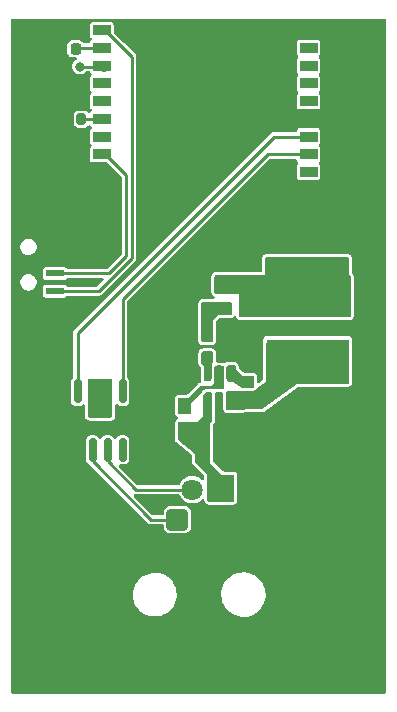
<source format=gbr>
%TF.GenerationSoftware,KiCad,Pcbnew,7.0.9*%
%TF.CreationDate,2023-12-13T00:56:51-08:00*%
%TF.ProjectId,Vi-Fi,56692d46-692e-46b6-9963-61645f706362,rev?*%
%TF.SameCoordinates,Original*%
%TF.FileFunction,Copper,L1,Top*%
%TF.FilePolarity,Positive*%
%FSLAX46Y46*%
G04 Gerber Fmt 4.6, Leading zero omitted, Abs format (unit mm)*
G04 Created by KiCad (PCBNEW 7.0.9) date 2023-12-13 00:56:51*
%MOMM*%
%LPD*%
G01*
G04 APERTURE LIST*
G04 Aperture macros list*
%AMRoundRect*
0 Rectangle with rounded corners*
0 $1 Rounding radius*
0 $2 $3 $4 $5 $6 $7 $8 $9 X,Y pos of 4 corners*
0 Add a 4 corners polygon primitive as box body*
4,1,4,$2,$3,$4,$5,$6,$7,$8,$9,$2,$3,0*
0 Add four circle primitives for the rounded corners*
1,1,$1+$1,$2,$3*
1,1,$1+$1,$4,$5*
1,1,$1+$1,$6,$7*
1,1,$1+$1,$8,$9*
0 Add four rect primitives between the rounded corners*
20,1,$1+$1,$2,$3,$4,$5,0*
20,1,$1+$1,$4,$5,$6,$7,0*
20,1,$1+$1,$6,$7,$8,$9,0*
20,1,$1+$1,$8,$9,$2,$3,0*%
G04 Aperture macros list end*
%TA.AperFunction,SMDPad,CuDef*%
%ADD10RoundRect,0.225000X0.250000X-0.225000X0.250000X0.225000X-0.250000X0.225000X-0.250000X-0.225000X0*%
%TD*%
%TA.AperFunction,SMDPad,CuDef*%
%ADD11RoundRect,0.225000X0.225000X0.250000X-0.225000X0.250000X-0.225000X-0.250000X0.225000X-0.250000X0*%
%TD*%
%TA.AperFunction,SMDPad,CuDef*%
%ADD12R,1.524000X0.600000*%
%TD*%
%TA.AperFunction,SMDPad,CuDef*%
%ADD13R,0.700000X1.200000*%
%TD*%
%TA.AperFunction,SMDPad,CuDef*%
%ADD14R,1.500000X0.900000*%
%TD*%
%TA.AperFunction,SMDPad,CuDef*%
%ADD15R,4.000000X4.000000*%
%TD*%
%TA.AperFunction,SMDPad,CuDef*%
%ADD16RoundRect,0.200000X0.275000X-0.200000X0.275000X0.200000X-0.275000X0.200000X-0.275000X-0.200000X0*%
%TD*%
%TA.AperFunction,SMDPad,CuDef*%
%ADD17R,7.000000X3.500000*%
%TD*%
%TA.AperFunction,ComponentPad*%
%ADD18RoundRect,0.250000X-0.650000X-0.650000X0.650000X-0.650000X0.650000X0.650000X-0.650000X0.650000X0*%
%TD*%
%TA.AperFunction,ComponentPad*%
%ADD19C,1.800000*%
%TD*%
%TA.AperFunction,SMDPad,CuDef*%
%ADD20RoundRect,0.150000X0.150000X-0.512500X0.150000X0.512500X-0.150000X0.512500X-0.150000X-0.512500X0*%
%TD*%
%TA.AperFunction,SMDPad,CuDef*%
%ADD21RoundRect,0.200000X-0.200000X-0.275000X0.200000X-0.275000X0.200000X0.275000X-0.200000X0.275000X0*%
%TD*%
%TA.AperFunction,SMDPad,CuDef*%
%ADD22RoundRect,0.200000X0.200000X0.275000X-0.200000X0.275000X-0.200000X-0.275000X0.200000X-0.275000X0*%
%TD*%
%TA.AperFunction,SMDPad,CuDef*%
%ADD23RoundRect,0.150000X-0.150000X0.825000X-0.150000X-0.825000X0.150000X-0.825000X0.150000X0.825000X0*%
%TD*%
%TA.AperFunction,SMDPad,CuDef*%
%ADD24RoundRect,0.250000X-0.475000X0.250000X-0.475000X-0.250000X0.475000X-0.250000X0.475000X0.250000X0*%
%TD*%
%TA.AperFunction,SMDPad,CuDef*%
%ADD25RoundRect,0.225000X-0.225000X-0.250000X0.225000X-0.250000X0.225000X0.250000X-0.225000X0.250000X0*%
%TD*%
%TA.AperFunction,SMDPad,CuDef*%
%ADD26RoundRect,0.250000X-0.250000X-0.475000X0.250000X-0.475000X0.250000X0.475000X-0.250000X0.475000X0*%
%TD*%
%TA.AperFunction,ViaPad*%
%ADD27C,0.800000*%
%TD*%
%TA.AperFunction,Conductor*%
%ADD28C,0.250000*%
%TD*%
G04 APERTURE END LIST*
D10*
%TO.P,C4,1*%
%TO.N,Net-(U3-SW)*%
X63715000Y-77775000D03*
%TO.P,C4,2*%
%TO.N,Net-(U3-BST)*%
X63715000Y-76225000D03*
%TD*%
D11*
%TO.P,C3,1*%
%TO.N,Net-(U1-EN)*%
X49162000Y-48006000D03*
%TO.P,C3,2*%
%TO.N,GND*%
X47612000Y-48006000D03*
%TD*%
D12*
%TO.P,SW2,1,A*%
%TO.N,GND*%
X47420000Y-64044000D03*
%TO.P,SW2,2,B*%
%TO.N,Net-(SW2-B)*%
X47420000Y-67044000D03*
%TO.P,SW2,3,C*%
%TO.N,+3V3*%
X47420000Y-68544000D03*
D13*
%TO.P,SW2,4,GND*%
%TO.N,GND*%
X46320000Y-62694000D03*
X44020000Y-62694000D03*
X46320000Y-69894000D03*
X44020000Y-69894000D03*
%TD*%
D14*
%TO.P,U1,1,VDD*%
%TO.N,+3V3*%
X51383000Y-46451000D03*
%TO.P,U1,2,EN*%
%TO.N,Net-(U1-EN)*%
X51383000Y-47951000D03*
%TO.P,U1,3,IO14*%
%TO.N,/DIR*%
X51383000Y-49451000D03*
%TO.P,U1,4,IO12*%
%TO.N,unconnected-(U1-IO12-Pad4)*%
X51383000Y-50951000D03*
%TO.P,U1,5,IO13*%
%TO.N,unconnected-(U1-IO13-Pad5)*%
X51383000Y-52451000D03*
%TO.P,U1,6,IO15*%
%TO.N,Net-(U1-IO15)*%
X51383000Y-53951000D03*
%TO.P,U1,7,IO2*%
%TO.N,unconnected-(U1-IO2-Pad7)*%
X51383000Y-55451000D03*
%TO.P,U1,8,IO0*%
%TO.N,Net-(SW2-B)*%
X51383000Y-56951000D03*
%TO.P,U1,9,GND*%
%TO.N,GND*%
X51383000Y-58451000D03*
%TO.P,U1,10,IO4*%
%TO.N,unconnected-(U1-IO4-Pad10)*%
X68883000Y-58451000D03*
%TO.P,U1,11,RXD*%
%TO.N,/RxD*%
X68883000Y-56951000D03*
%TO.P,U1,12,TXD*%
%TO.N,/TxD*%
X68883000Y-55451000D03*
%TO.P,U1,13,GND*%
%TO.N,GND*%
X68883000Y-53951000D03*
%TO.P,U1,14,IO5*%
%TO.N,unconnected-(U1-IO5-Pad14)*%
X68883000Y-52451000D03*
%TO.P,U1,15,RST*%
%TO.N,unconnected-(U1-RST-Pad15)*%
X68883000Y-50951000D03*
%TO.P,U1,16,TOUT*%
%TO.N,unconnected-(U1-TOUT-Pad16)*%
X68883000Y-49451000D03*
%TO.P,U1,17,IO16*%
%TO.N,unconnected-(U1-IO16-Pad17)*%
X68883000Y-47951000D03*
%TO.P,U1,18,GND*%
%TO.N,GND*%
X68883000Y-46451000D03*
D15*
%TO.P,U1,19,GND*%
X61233000Y-53061000D03*
%TD*%
D16*
%TO.P,R5,1*%
%TO.N,/VIN*%
X58415000Y-80175000D03*
%TO.P,R5,2*%
%TO.N,Net-(U3-EN)*%
X58415000Y-78525000D03*
%TD*%
D10*
%TO.P,C2,1*%
%TO.N,+3V3*%
X64215000Y-67625000D03*
%TO.P,C2,2*%
%TO.N,GND*%
X64215000Y-66075000D03*
%TD*%
D17*
%TO.P,L1,2,2*%
%TO.N,+3V3*%
X68815000Y-68950000D03*
%TO.P,L1,1,1*%
%TO.N,Net-(U3-SW)*%
X68815000Y-74350000D03*
%TD*%
D18*
%TO.P,J1,1*%
%TO.N,/A*%
X57785000Y-87884000D03*
D19*
%TO.P,J1,2*%
%TO.N,/B*%
X59055000Y-85344000D03*
%TO.P,J1,3*%
%TO.N,GND*%
X60325000Y-87884000D03*
%TO.P,J1,4*%
%TO.N,/VIN*%
X61595000Y-85344000D03*
%TD*%
D20*
%TO.P,U3,1,IN*%
%TO.N,/VIN*%
X60365000Y-77787500D03*
%TO.P,U3,2,GND*%
%TO.N,GND*%
X61315000Y-77787500D03*
%TO.P,U3,3,SW*%
%TO.N,Net-(U3-SW)*%
X62265000Y-77787500D03*
%TO.P,U3,4,BST*%
%TO.N,Net-(U3-BST)*%
X62265000Y-75512500D03*
%TO.P,U3,5,EN*%
%TO.N,Net-(U3-EN)*%
X61315000Y-75512500D03*
%TO.P,U3,6,FB*%
%TO.N,Net-(U3-FB)*%
X60365000Y-75512500D03*
%TD*%
D21*
%TO.P,R9,2*%
%TO.N,Net-(U1-IO15)*%
X49655000Y-53975000D03*
%TO.P,R9,1*%
%TO.N,GND*%
X48005000Y-53975000D03*
%TD*%
D22*
%TO.P,R2,1*%
%TO.N,Net-(R1-Pad2)*%
X60315000Y-70050000D03*
%TO.P,R2,2*%
%TO.N,GND*%
X58665000Y-70050000D03*
%TD*%
D16*
%TO.P,R7,2*%
%TO.N,Net-(R1-Pad2)*%
X60315000Y-72425000D03*
%TO.P,R7,1*%
%TO.N,Net-(U3-FB)*%
X60315000Y-74075000D03*
%TD*%
D23*
%TO.P,U2,8,VCC*%
%TO.N,+3V3*%
X53148000Y-81977000D03*
%TO.P,U2,7,B*%
%TO.N,/B*%
X51878000Y-81977000D03*
%TO.P,U2,6,A*%
%TO.N,/A*%
X50608000Y-81977000D03*
%TO.P,U2,5,GND*%
%TO.N,GND*%
X49338000Y-81977000D03*
%TO.P,U2,4,DI*%
%TO.N,/TxD*%
X49338000Y-77027000D03*
%TO.P,U2,3,DE*%
%TO.N,/DIR*%
X50608000Y-77027000D03*
%TO.P,U2,2,~{RE}*%
X51878000Y-77027000D03*
%TO.P,U2,1,RO*%
%TO.N,/RxD*%
X53148000Y-77027000D03*
%TD*%
D24*
%TO.P,C2A1,1*%
%TO.N,GND*%
X61815000Y-65800000D03*
%TO.P,C2A1,2*%
%TO.N,+3V3*%
X61815000Y-67700000D03*
%TD*%
D22*
%TO.P,R1,1*%
%TO.N,+3V3*%
X63540000Y-70050000D03*
%TO.P,R1,2*%
%TO.N,Net-(R1-Pad2)*%
X61890000Y-70050000D03*
%TD*%
D25*
%TO.P,C1A1,2*%
%TO.N,GND*%
X61590000Y-80400000D03*
%TO.P,C1A1,1*%
%TO.N,/VIN*%
X60040000Y-80400000D03*
%TD*%
D26*
%TO.P,C1,2*%
%TO.N,GND*%
X61815000Y-82400000D03*
%TO.P,C1,1*%
%TO.N,/VIN*%
X59915000Y-82400000D03*
%TD*%
D27*
%TO.N,/DIR*%
X49530000Y-49530000D03*
%TO.N,+3V3*%
X66229000Y-66421000D03*
X67245000Y-66421000D03*
X68261000Y-66421000D03*
X69277000Y-66421000D03*
X70293000Y-66421000D03*
X71309000Y-66421000D03*
%TO.N,/DIR*%
X51243000Y-78486000D03*
%TD*%
D28*
%TO.N,Net-(U1-EN)*%
X51383000Y-47951000D02*
X49217000Y-47951000D01*
X49217000Y-47951000D02*
X49162000Y-48006000D01*
%TO.N,Net-(U1-IO15)*%
X51383000Y-53998000D02*
X49678000Y-53998000D01*
%TO.N,Net-(SW2-B)*%
X53460000Y-58740604D02*
X51569396Y-56850000D01*
X53460000Y-65566604D02*
X53460000Y-58740604D01*
X47420000Y-67044000D02*
X51982604Y-67044000D01*
X51982604Y-67044000D02*
X53460000Y-65566604D01*
%TO.N,+3V3*%
X53910000Y-65753000D02*
X51119000Y-68544000D01*
X51119000Y-68544000D02*
X47420000Y-68544000D01*
X51683000Y-46451000D02*
X53910000Y-48678000D01*
X51383000Y-46451000D02*
X51683000Y-46451000D01*
X53910000Y-48678000D02*
X53910000Y-65753000D01*
%TO.N,/DIR*%
X49530000Y-49530000D02*
X49460000Y-49530000D01*
X51378000Y-49530000D02*
X49530000Y-49530000D01*
%TO.N,/RxD*%
X65412000Y-56951000D02*
X68883000Y-56951000D01*
X53148000Y-69215000D02*
X65412000Y-56951000D01*
X53148000Y-77027000D02*
X53148000Y-69215000D01*
%TO.N,/TxD*%
X65957000Y-55451000D02*
X68883000Y-55451000D01*
X49338000Y-77027000D02*
X49338000Y-72070000D01*
X49338000Y-72070000D02*
X65957000Y-55451000D01*
%TO.N,/DIR*%
X51683000Y-49800000D02*
X51383000Y-49800000D01*
X50608000Y-77027000D02*
X51878000Y-77027000D01*
%TO.N,/A*%
X50608000Y-82951999D02*
X55540001Y-87884000D01*
X50608000Y-81977000D02*
X50608000Y-82951999D01*
X55540001Y-87884000D02*
X57785000Y-87884000D01*
%TO.N,/B*%
X54270001Y-85344000D02*
X59055000Y-85344000D01*
X51878000Y-82951999D02*
X54270001Y-85344000D01*
X51878000Y-81977000D02*
X51878000Y-82951999D01*
%TO.N,GND*%
X61565000Y-80400000D02*
X61815000Y-80650000D01*
%TD*%
%TA.AperFunction,Conductor*%
%TO.N,Net-(U3-SW)*%
G36*
X72258039Y-72819685D02*
G01*
X72303794Y-72872489D01*
X72315000Y-72924000D01*
X72315000Y-76276000D01*
X72295315Y-76343039D01*
X72242511Y-76388794D01*
X72191000Y-76400000D01*
X67914998Y-76400000D01*
X64946463Y-78527451D01*
X64880506Y-78550503D01*
X64876297Y-78550645D01*
X62041066Y-78597898D01*
X61973708Y-78579333D01*
X61927080Y-78527299D01*
X61915000Y-78473915D01*
X61915000Y-77124000D01*
X61934685Y-77056961D01*
X61987489Y-77011206D01*
X62039000Y-77000000D01*
X64114998Y-77000000D01*
X64115000Y-77000000D01*
X64123730Y-76994179D01*
X64179260Y-76974064D01*
X64192313Y-76972661D01*
X64225575Y-76965424D01*
X64243817Y-76961457D01*
X64243817Y-76961456D01*
X64243824Y-76961455D01*
X64270198Y-76954219D01*
X64334097Y-76917832D01*
X64356818Y-76904894D01*
X64356821Y-76904891D01*
X64356828Y-76904888D01*
X64392938Y-76873597D01*
X64409629Y-76859136D01*
X64409632Y-76859133D01*
X64441257Y-76826359D01*
X64461788Y-76787109D01*
X64502874Y-76741416D01*
X65315000Y-76200000D01*
X65315000Y-72924000D01*
X65334685Y-72856961D01*
X65387489Y-72811206D01*
X65439000Y-72800000D01*
X72191000Y-72800000D01*
X72258039Y-72819685D01*
G37*
%TD.AperFunction*%
%TD*%
%TA.AperFunction,Conductor*%
%TO.N,Net-(U3-BST)*%
G36*
X62658039Y-74819685D02*
G01*
X62703794Y-74872489D01*
X62715000Y-74924000D01*
X62715000Y-75184000D01*
X63315000Y-75692000D01*
X64138000Y-75692000D01*
X64205039Y-75711685D01*
X64250794Y-75764489D01*
X64262000Y-75816000D01*
X64262000Y-76599000D01*
X64242315Y-76666039D01*
X64189511Y-76711794D01*
X64138000Y-76723000D01*
X63351937Y-76723000D01*
X63284898Y-76703315D01*
X63284085Y-76702789D01*
X62515001Y-76200000D01*
X62515000Y-76200000D01*
X62094500Y-76200000D01*
X62027461Y-76180315D01*
X61981706Y-76127511D01*
X61970500Y-76076000D01*
X61970500Y-76060281D01*
X61970000Y-76047531D01*
X61970000Y-74974000D01*
X61969999Y-74973994D01*
X61966050Y-74937253D01*
X61978457Y-74868494D01*
X62026068Y-74817357D01*
X62089340Y-74800000D01*
X62591000Y-74800000D01*
X62658039Y-74819685D01*
G37*
%TD.AperFunction*%
%TD*%
%TA.AperFunction,Conductor*%
%TO.N,Net-(U3-EN)*%
G36*
X61657539Y-74869685D02*
G01*
X61703294Y-74922489D01*
X61714500Y-74974000D01*
X61714500Y-76056513D01*
X61714809Y-76060421D01*
X61715000Y-76065290D01*
X61715000Y-76726000D01*
X61695315Y-76793039D01*
X61642511Y-76838794D01*
X61591000Y-76850000D01*
X60114997Y-76850000D01*
X60074936Y-76890062D01*
X60043553Y-76912864D01*
X59976655Y-76946951D01*
X59886951Y-77036655D01*
X59852864Y-77103553D01*
X59830061Y-77134937D01*
X58915000Y-78049999D01*
X58915000Y-78826000D01*
X58895315Y-78893039D01*
X58842511Y-78938794D01*
X58791000Y-78950000D01*
X57939000Y-78950000D01*
X57871961Y-78930315D01*
X57826206Y-78877511D01*
X57815000Y-78826000D01*
X57815000Y-77674000D01*
X57834685Y-77606961D01*
X57887489Y-77561206D01*
X57939000Y-77550000D01*
X58715000Y-77550000D01*
X59678681Y-76586319D01*
X59740004Y-76552834D01*
X59766362Y-76550000D01*
X60715000Y-76550000D01*
X60915000Y-76350000D01*
X60915000Y-76065306D01*
X60915191Y-76060437D01*
X60915497Y-76056534D01*
X60915500Y-76056519D01*
X60915499Y-74973999D01*
X60935184Y-74906961D01*
X60987987Y-74861206D01*
X61039499Y-74850000D01*
X61590500Y-74850000D01*
X61657539Y-74869685D01*
G37*
%TD.AperFunction*%
%TD*%
%TA.AperFunction,Conductor*%
%TO.N,Net-(U3-FB)*%
G36*
X60758039Y-73669685D02*
G01*
X60803794Y-73722489D01*
X60815000Y-73774000D01*
X60815000Y-74498638D01*
X60795315Y-74565677D01*
X60778681Y-74586319D01*
X60715000Y-74649999D01*
X60715000Y-74756774D01*
X60700875Y-74814250D01*
X60690034Y-74834972D01*
X60670348Y-74902011D01*
X60659999Y-74973998D01*
X60659999Y-76026000D01*
X60640314Y-76093039D01*
X60587510Y-76138794D01*
X60535999Y-76150000D01*
X60139000Y-76150000D01*
X60071961Y-76130315D01*
X60026206Y-76077511D01*
X60015000Y-76026000D01*
X60015000Y-74850000D01*
X59851319Y-74686319D01*
X59817834Y-74624996D01*
X59815000Y-74598638D01*
X59815000Y-73774000D01*
X59834685Y-73706961D01*
X59887489Y-73661206D01*
X59939000Y-73650000D01*
X60691000Y-73650000D01*
X60758039Y-73669685D01*
G37*
%TD.AperFunction*%
%TD*%
%TA.AperFunction,Conductor*%
%TO.N,Net-(R1-Pad2)*%
G36*
X62358039Y-69469685D02*
G01*
X62403794Y-69522489D01*
X62415000Y-69574000D01*
X62415000Y-70426000D01*
X62395315Y-70493039D01*
X62342511Y-70538794D01*
X62291000Y-70550000D01*
X61214999Y-70550000D01*
X60815000Y-70949999D01*
X60815000Y-72726000D01*
X60795315Y-72793039D01*
X60742511Y-72838794D01*
X60691000Y-72850000D01*
X59939000Y-72850000D01*
X59871961Y-72830315D01*
X59826206Y-72777511D01*
X59815000Y-72726000D01*
X59815000Y-69574000D01*
X59834685Y-69506961D01*
X59887489Y-69461206D01*
X59939000Y-69450000D01*
X62291000Y-69450000D01*
X62358039Y-69469685D01*
G37*
%TD.AperFunction*%
%TD*%
%TA.AperFunction,Conductor*%
%TO.N,+3V3*%
G36*
X72268039Y-65678685D02*
G01*
X72313794Y-65731489D01*
X72325000Y-65783000D01*
X72325000Y-67183000D01*
X72328000Y-67183000D01*
X72395039Y-67202685D01*
X72440794Y-67255489D01*
X72452000Y-67307000D01*
X72452000Y-70626000D01*
X72432315Y-70693039D01*
X72379511Y-70738794D01*
X72328000Y-70750000D01*
X63139000Y-70750000D01*
X63071961Y-70730315D01*
X63026206Y-70677511D01*
X63015000Y-70626000D01*
X63015000Y-68750000D01*
X61039000Y-68750000D01*
X60971961Y-68730315D01*
X60926206Y-68677511D01*
X60915000Y-68626000D01*
X60915000Y-67307000D01*
X60934685Y-67239961D01*
X60987489Y-67194206D01*
X61039000Y-67183000D01*
X65213000Y-67183000D01*
X65213000Y-65783000D01*
X65232685Y-65715961D01*
X65285489Y-65670206D01*
X65337000Y-65659000D01*
X72201000Y-65659000D01*
X72268039Y-65678685D01*
G37*
%TD.AperFunction*%
%TD*%
%TA.AperFunction,Conductor*%
%TO.N,/VIN*%
G36*
X60658039Y-77125185D02*
G01*
X60703794Y-77177989D01*
X60715000Y-77229500D01*
X60715000Y-79448638D01*
X60695315Y-79515677D01*
X60678681Y-79536319D01*
X60515000Y-79699999D01*
X60515000Y-79700000D01*
X60577168Y-83058000D01*
X61597000Y-84074000D01*
X62489000Y-84074000D01*
X62556039Y-84093685D01*
X62601794Y-84146489D01*
X62613000Y-84198000D01*
X62613000Y-86236000D01*
X62593315Y-86303039D01*
X62540511Y-86348794D01*
X62489000Y-86360000D01*
X60451000Y-86360000D01*
X60383961Y-86340315D01*
X60338206Y-86287511D01*
X60327000Y-86236000D01*
X60327000Y-84074000D01*
X59347319Y-83094319D01*
X59313834Y-83032996D01*
X59311000Y-83006638D01*
X59311000Y-82295999D01*
X57861569Y-81137230D01*
X57821499Y-81079993D01*
X57815000Y-81040377D01*
X57815000Y-79724000D01*
X57834685Y-79656961D01*
X57887489Y-79611206D01*
X57939000Y-79600000D01*
X59515000Y-79600000D01*
X59915000Y-79100000D01*
X59915000Y-77462692D01*
X59934685Y-77395653D01*
X59951319Y-77375011D01*
X59958218Y-77368112D01*
X60010727Y-77315603D01*
X60036761Y-77285121D01*
X60059564Y-77253737D01*
X60068299Y-77239482D01*
X60080513Y-77219554D01*
X60087312Y-77206209D01*
X60110115Y-77174821D01*
X60114822Y-77170114D01*
X60146205Y-77147314D01*
X60159550Y-77140515D01*
X60159557Y-77140511D01*
X60186868Y-77123774D01*
X60251660Y-77105500D01*
X60591000Y-77105500D01*
X60658039Y-77125185D01*
G37*
%TD.AperFunction*%
%TD*%
%TA.AperFunction,Conductor*%
%TO.N,GND*%
G36*
X75380539Y-45486185D02*
G01*
X75426294Y-45538989D01*
X75437500Y-45590500D01*
X75437500Y-102491500D01*
X75417815Y-102558539D01*
X75365011Y-102604294D01*
X75313500Y-102615500D01*
X43812500Y-102615500D01*
X43745461Y-102595815D01*
X43699706Y-102543011D01*
X43688500Y-102491500D01*
X43688500Y-94301763D01*
X54020787Y-94301763D01*
X54050413Y-94571013D01*
X54050415Y-94571024D01*
X54086656Y-94709646D01*
X54118928Y-94833088D01*
X54224870Y-95082390D01*
X54296998Y-95200575D01*
X54365979Y-95313605D01*
X54365986Y-95313615D01*
X54539253Y-95521819D01*
X54539259Y-95521824D01*
X54740998Y-95702582D01*
X54966910Y-95852044D01*
X55212176Y-95967020D01*
X55212183Y-95967022D01*
X55212185Y-95967023D01*
X55471557Y-96045057D01*
X55471564Y-96045058D01*
X55471569Y-96045060D01*
X55739561Y-96084500D01*
X55739566Y-96084500D01*
X55942636Y-96084500D01*
X55994133Y-96080730D01*
X56145156Y-96069677D01*
X56257758Y-96044593D01*
X56409546Y-96010782D01*
X56409548Y-96010781D01*
X56409553Y-96010780D01*
X56662558Y-95914014D01*
X56898777Y-95781441D01*
X57113177Y-95615888D01*
X57301186Y-95420881D01*
X57458799Y-95200579D01*
X57577613Y-94969484D01*
X57582649Y-94959690D01*
X57582651Y-94959684D01*
X57582656Y-94959675D01*
X57670118Y-94703305D01*
X57719319Y-94436933D01*
X57724226Y-94302678D01*
X61495737Y-94302678D01*
X61525762Y-94575559D01*
X61525763Y-94575569D01*
X61595202Y-94841178D01*
X61697705Y-95082389D01*
X61702577Y-95093852D01*
X61836690Y-95313605D01*
X61845592Y-95328191D01*
X61845599Y-95328201D01*
X62021199Y-95539207D01*
X62021204Y-95539212D01*
X62021209Y-95539218D01*
X62021216Y-95539224D01*
X62225672Y-95722419D01*
X62225674Y-95722420D01*
X62225677Y-95722423D01*
X62454641Y-95873904D01*
X62703221Y-95990433D01*
X62966119Y-96069527D01*
X63237731Y-96109500D01*
X63237736Y-96109500D01*
X63443552Y-96109500D01*
X63495744Y-96105679D01*
X63648805Y-96094477D01*
X63916775Y-96034784D01*
X64173198Y-95936711D01*
X64412609Y-95802347D01*
X64629904Y-95634557D01*
X64820454Y-95436916D01*
X64980196Y-95213637D01*
X65105727Y-94969479D01*
X65194370Y-94709646D01*
X65244236Y-94439674D01*
X65254262Y-94165320D01*
X65224236Y-93892429D01*
X65186188Y-93746894D01*
X65154797Y-93626821D01*
X65047425Y-93374153D01*
X65047423Y-93374148D01*
X64904405Y-93139804D01*
X64827272Y-93047119D01*
X64728800Y-92928792D01*
X64728795Y-92928787D01*
X64728791Y-92928782D01*
X64546467Y-92765418D01*
X64524327Y-92745580D01*
X64524324Y-92745578D01*
X64524323Y-92745577D01*
X64295359Y-92594096D01*
X64046779Y-92477567D01*
X63899362Y-92433216D01*
X63783879Y-92398472D01*
X63650915Y-92378904D01*
X63512269Y-92358500D01*
X63306453Y-92358500D01*
X63306448Y-92358500D01*
X63101195Y-92373523D01*
X63101185Y-92373524D01*
X62833229Y-92433214D01*
X62833224Y-92433216D01*
X62576799Y-92531290D01*
X62337392Y-92665652D01*
X62337387Y-92665655D01*
X62120097Y-92833441D01*
X62120088Y-92833450D01*
X61929549Y-93031080D01*
X61929547Y-93031082D01*
X61769805Y-93254361D01*
X61769802Y-93254366D01*
X61644275Y-93498515D01*
X61644271Y-93498525D01*
X61555632Y-93758344D01*
X61555629Y-93758358D01*
X61505765Y-94028314D01*
X61505763Y-94028334D01*
X61495737Y-94302678D01*
X57724226Y-94302678D01*
X57729212Y-94166235D01*
X57699586Y-93896982D01*
X57631072Y-93634912D01*
X57525130Y-93385610D01*
X57384018Y-93154390D01*
X57371883Y-93139808D01*
X57210746Y-92946180D01*
X57210740Y-92946175D01*
X57009002Y-92765418D01*
X56783092Y-92615957D01*
X56736458Y-92594096D01*
X56537824Y-92500980D01*
X56537819Y-92500978D01*
X56537814Y-92500976D01*
X56278442Y-92422942D01*
X56278428Y-92422939D01*
X56162791Y-92405921D01*
X56010439Y-92383500D01*
X55807369Y-92383500D01*
X55807364Y-92383500D01*
X55604844Y-92398323D01*
X55604831Y-92398325D01*
X55340453Y-92457217D01*
X55340446Y-92457220D01*
X55087439Y-92553987D01*
X54851226Y-92686557D01*
X54636822Y-92852112D01*
X54448822Y-93047109D01*
X54448816Y-93047116D01*
X54291202Y-93267419D01*
X54291199Y-93267424D01*
X54167350Y-93508309D01*
X54167343Y-93508327D01*
X54079884Y-93764685D01*
X54079881Y-93764699D01*
X54030681Y-94031068D01*
X54030680Y-94031075D01*
X54020787Y-94301763D01*
X43688500Y-94301763D01*
X43688500Y-82833517D01*
X50057500Y-82833517D01*
X50067996Y-82899786D01*
X50072354Y-82927304D01*
X50129950Y-83040342D01*
X50129952Y-83040344D01*
X50129954Y-83040347D01*
X50219652Y-83130045D01*
X50219656Y-83130048D01*
X50219658Y-83130050D01*
X50268822Y-83155100D01*
X50298977Y-83180003D01*
X50300023Y-83178867D01*
X50347971Y-83223008D01*
X55237850Y-88112886D01*
X55253979Y-88132747D01*
X55259917Y-88141836D01*
X55287930Y-88163639D01*
X55293692Y-88168728D01*
X55296484Y-88171520D01*
X55315487Y-88185088D01*
X55358812Y-88218809D01*
X55358814Y-88218809D01*
X55365719Y-88222546D01*
X55372797Y-88226006D01*
X55372802Y-88226010D01*
X55425404Y-88241670D01*
X55477339Y-88259500D01*
X55485073Y-88260790D01*
X55492911Y-88261767D01*
X55492913Y-88261768D01*
X55492914Y-88261767D01*
X55492915Y-88261768D01*
X55547757Y-88259500D01*
X56510501Y-88259500D01*
X56577540Y-88279185D01*
X56623295Y-88331989D01*
X56634501Y-88383500D01*
X56634501Y-88581876D01*
X56640908Y-88641483D01*
X56691202Y-88776328D01*
X56691206Y-88776335D01*
X56777452Y-88891544D01*
X56777455Y-88891547D01*
X56892664Y-88977793D01*
X56892671Y-88977797D01*
X57027517Y-89028091D01*
X57027516Y-89028091D01*
X57034444Y-89028835D01*
X57087127Y-89034500D01*
X58482872Y-89034499D01*
X58542483Y-89028091D01*
X58677331Y-88977796D01*
X58792546Y-88891546D01*
X58878796Y-88776331D01*
X58929091Y-88641483D01*
X58935500Y-88581873D01*
X58935499Y-87186128D01*
X58929091Y-87126517D01*
X58878796Y-86991669D01*
X58878795Y-86991668D01*
X58878793Y-86991664D01*
X58792547Y-86876455D01*
X58792544Y-86876452D01*
X58677335Y-86790206D01*
X58677328Y-86790202D01*
X58542482Y-86739908D01*
X58542483Y-86739908D01*
X58482883Y-86733501D01*
X58482881Y-86733500D01*
X58482873Y-86733500D01*
X58482864Y-86733500D01*
X57087129Y-86733500D01*
X57087123Y-86733501D01*
X57027516Y-86739908D01*
X56892671Y-86790202D01*
X56892664Y-86790206D01*
X56777455Y-86876452D01*
X56777452Y-86876455D01*
X56691206Y-86991664D01*
X56691202Y-86991671D01*
X56640908Y-87126517D01*
X56634501Y-87186116D01*
X56634501Y-87186123D01*
X56634500Y-87186135D01*
X56634500Y-87384500D01*
X56614815Y-87451539D01*
X56562011Y-87497294D01*
X56510500Y-87508500D01*
X55746900Y-87508500D01*
X55679861Y-87488815D01*
X55659219Y-87472181D01*
X54119484Y-85932446D01*
X54085999Y-85871123D01*
X54090983Y-85801431D01*
X54132855Y-85745498D01*
X54198319Y-85721081D01*
X54222505Y-85721718D01*
X54222909Y-85721768D01*
X54222911Y-85721767D01*
X54222912Y-85721768D01*
X54277756Y-85719500D01*
X57879959Y-85719500D01*
X57946998Y-85739185D01*
X57990959Y-85788229D01*
X58072632Y-85952253D01*
X58072634Y-85952255D01*
X58201128Y-86122407D01*
X58358698Y-86266052D01*
X58539981Y-86378298D01*
X58738802Y-86455321D01*
X58948390Y-86494500D01*
X58948392Y-86494500D01*
X59161608Y-86494500D01*
X59161610Y-86494500D01*
X59371198Y-86455321D01*
X59570019Y-86378298D01*
X59751302Y-86266052D01*
X59865169Y-86162247D01*
X59927972Y-86131630D01*
X59997359Y-86139827D01*
X60051299Y-86184236D01*
X60071996Y-86240628D01*
X60077336Y-86290301D01*
X60077338Y-86290309D01*
X60081184Y-86307990D01*
X60088545Y-86341824D01*
X60092212Y-86355191D01*
X60095779Y-86368193D01*
X60095783Y-86368203D01*
X60145105Y-86454818D01*
X60145111Y-86454827D01*
X60180905Y-86496136D01*
X60190867Y-86507632D01*
X60223641Y-86539257D01*
X60311976Y-86585465D01*
X60311977Y-86585465D01*
X60311977Y-86585466D01*
X60356218Y-86598456D01*
X60379015Y-86605150D01*
X60379019Y-86605150D01*
X60379021Y-86605151D01*
X60390652Y-86606823D01*
X60451000Y-86615500D01*
X60451001Y-86615500D01*
X62489000Y-86615500D01*
X62543313Y-86609661D01*
X62559440Y-86606152D01*
X62594817Y-86598457D01*
X62594817Y-86598456D01*
X62594824Y-86598455D01*
X62621198Y-86591219D01*
X62650074Y-86574775D01*
X62707818Y-86541894D01*
X62707821Y-86541891D01*
X62707828Y-86541888D01*
X62743938Y-86510597D01*
X62760629Y-86496136D01*
X62762208Y-86494500D01*
X62792257Y-86463359D01*
X62838465Y-86375024D01*
X62840470Y-86368198D01*
X62848216Y-86341817D01*
X62858150Y-86307985D01*
X62868500Y-86236000D01*
X62868500Y-84198000D01*
X62862661Y-84143687D01*
X62851455Y-84092176D01*
X62844219Y-84065802D01*
X62844216Y-84065796D01*
X62794894Y-83979181D01*
X62794888Y-83979172D01*
X62749136Y-83926371D01*
X62716359Y-83894743D01*
X62628022Y-83848534D01*
X62628022Y-83848533D01*
X62560990Y-83828851D01*
X62560978Y-83828848D01*
X62489001Y-83818500D01*
X62489000Y-83818500D01*
X61753776Y-83818500D01*
X61686737Y-83798815D01*
X61666260Y-83782346D01*
X61084311Y-83202584D01*
X60866243Y-82985335D01*
X60832644Y-82924077D01*
X60829781Y-82899791D01*
X60773441Y-79856565D01*
X60791882Y-79789176D01*
X60809734Y-79766596D01*
X60852334Y-79723998D01*
X60864184Y-79712149D01*
X60864182Y-79712150D01*
X60864186Y-79712146D01*
X60873332Y-79701964D01*
X60873333Y-79701961D01*
X60873339Y-79701956D01*
X60873340Y-79701955D01*
X60885096Y-79687364D01*
X60894260Y-79675993D01*
X60940465Y-79587662D01*
X60960150Y-79520623D01*
X60970500Y-79448638D01*
X60970500Y-77229500D01*
X60990185Y-77162461D01*
X61042989Y-77116706D01*
X61094500Y-77105500D01*
X61535500Y-77105500D01*
X61602539Y-77125185D01*
X61648294Y-77177989D01*
X61659500Y-77229500D01*
X61659500Y-78473921D01*
X61665799Y-78530305D01*
X61677882Y-78583696D01*
X61677882Y-78583697D01*
X61686031Y-78612011D01*
X61736797Y-78697807D01*
X61736800Y-78697810D01*
X61783428Y-78749844D01*
X61816726Y-78780919D01*
X61905819Y-78825649D01*
X61973177Y-78844214D01*
X62045324Y-78853363D01*
X64788156Y-78807649D01*
X64882736Y-78806073D01*
X64889122Y-78805858D01*
X64889126Y-78805857D01*
X64964794Y-78791698D01*
X64964796Y-78791697D01*
X64964803Y-78791696D01*
X65030760Y-78768644D01*
X65095297Y-78735126D01*
X67341725Y-77125185D01*
X67964712Y-76678711D01*
X68030669Y-76655659D01*
X68036944Y-76655500D01*
X72191000Y-76655500D01*
X72245313Y-76649661D01*
X72261440Y-76646152D01*
X72296817Y-76638457D01*
X72296817Y-76638456D01*
X72296824Y-76638455D01*
X72323198Y-76631219D01*
X72352074Y-76614775D01*
X72409818Y-76581894D01*
X72409821Y-76581891D01*
X72409828Y-76581888D01*
X72462632Y-76536133D01*
X72494257Y-76503359D01*
X72540465Y-76415024D01*
X72560150Y-76347985D01*
X72570500Y-76276000D01*
X72570500Y-72924000D01*
X72565854Y-72880792D01*
X72565500Y-72874162D01*
X72565500Y-72575323D01*
X72565499Y-72575321D01*
X72550967Y-72502264D01*
X72550966Y-72502260D01*
X72495601Y-72419399D01*
X72412740Y-72364034D01*
X72412739Y-72364033D01*
X72412735Y-72364032D01*
X72339677Y-72349500D01*
X72339674Y-72349500D01*
X65290326Y-72349500D01*
X65290323Y-72349500D01*
X65217264Y-72364032D01*
X65217260Y-72364033D01*
X65134399Y-72419399D01*
X65079033Y-72502260D01*
X65079032Y-72502264D01*
X65064500Y-72575321D01*
X65064500Y-72880354D01*
X65063238Y-72897999D01*
X65059500Y-72923996D01*
X65059500Y-75996897D01*
X65039815Y-76063936D01*
X65004283Y-76100071D01*
X64710283Y-76296070D01*
X64643583Y-76316878D01*
X64576223Y-76298323D01*
X64529587Y-76246295D01*
X64517500Y-76192896D01*
X64517500Y-75816000D01*
X64511661Y-75761687D01*
X64502709Y-75720535D01*
X64500457Y-75710183D01*
X64500456Y-75710182D01*
X64500455Y-75710176D01*
X64493219Y-75683802D01*
X64493216Y-75683796D01*
X64443894Y-75597181D01*
X64443888Y-75597172D01*
X64398136Y-75544371D01*
X64365359Y-75512743D01*
X64277022Y-75466534D01*
X64277022Y-75466533D01*
X64209990Y-75446851D01*
X64209978Y-75446848D01*
X64138001Y-75436500D01*
X64138000Y-75436500D01*
X63454079Y-75436500D01*
X63387040Y-75416815D01*
X63373954Y-75407136D01*
X63014375Y-75102692D01*
X62975930Y-75044350D01*
X62970500Y-75008056D01*
X62970500Y-74924000D01*
X62964661Y-74869687D01*
X62953455Y-74818176D01*
X62946219Y-74791802D01*
X62920960Y-74747444D01*
X62896894Y-74705181D01*
X62896888Y-74705172D01*
X62851136Y-74652371D01*
X62818359Y-74620743D01*
X62730022Y-74574534D01*
X62730022Y-74574533D01*
X62662990Y-74554851D01*
X62662978Y-74554848D01*
X62591001Y-74544500D01*
X62591000Y-74544500D01*
X62089340Y-74544500D01*
X62089328Y-74544500D01*
X62021748Y-74553602D01*
X62021744Y-74553603D01*
X61969673Y-74567888D01*
X61958475Y-74570960D01*
X61948625Y-74574534D01*
X61919929Y-74584945D01*
X61870185Y-74620815D01*
X61804294Y-74644058D01*
X61740187Y-74630112D01*
X61729528Y-74624536D01*
X61729523Y-74624534D01*
X61662486Y-74604850D01*
X61662478Y-74604848D01*
X61590501Y-74594500D01*
X61590500Y-74594500D01*
X61194500Y-74594500D01*
X61127461Y-74574815D01*
X61081706Y-74522011D01*
X61070500Y-74470500D01*
X61070500Y-73774000D01*
X61064661Y-73719687D01*
X61053455Y-73668176D01*
X61046219Y-73641802D01*
X61042332Y-73634976D01*
X60996894Y-73555181D01*
X60996888Y-73555172D01*
X60951136Y-73502371D01*
X60918359Y-73470743D01*
X60830022Y-73424534D01*
X60830022Y-73424533D01*
X60762990Y-73404851D01*
X60762978Y-73404848D01*
X60691001Y-73394500D01*
X60691000Y-73394500D01*
X59939000Y-73394500D01*
X59938997Y-73394500D01*
X59884687Y-73400338D01*
X59833183Y-73411543D01*
X59833182Y-73411543D01*
X59833176Y-73411545D01*
X59822177Y-73414562D01*
X59806806Y-73418779D01*
X59806796Y-73418783D01*
X59720181Y-73468105D01*
X59720172Y-73468111D01*
X59667371Y-73513864D01*
X59635743Y-73546640D01*
X59589534Y-73634977D01*
X59589533Y-73634977D01*
X59569851Y-73702009D01*
X59569848Y-73702021D01*
X59559500Y-73773998D01*
X59559500Y-74605480D01*
X59560233Y-74619153D01*
X59562911Y-74644058D01*
X59563798Y-74652309D01*
X59563799Y-74652315D01*
X59593586Y-74747441D01*
X59593590Y-74747451D01*
X59627068Y-74808761D01*
X59627073Y-74808769D01*
X59670649Y-74866980D01*
X59670664Y-74866997D01*
X59723180Y-74919512D01*
X59756666Y-74980835D01*
X59759500Y-75007194D01*
X59759500Y-76026002D01*
X59765338Y-76080312D01*
X59769637Y-76100071D01*
X59776545Y-76131824D01*
X59780114Y-76144833D01*
X59782022Y-76151788D01*
X59780776Y-76221647D01*
X59741959Y-76279742D01*
X59699495Y-76302929D01*
X59617558Y-76328586D01*
X59617548Y-76328590D01*
X59556238Y-76362068D01*
X59556230Y-76362073D01*
X59498019Y-76405649D01*
X59498001Y-76405665D01*
X58645487Y-77258181D01*
X58584164Y-77291666D01*
X58557806Y-77294500D01*
X57938997Y-77294500D01*
X57884687Y-77300338D01*
X57833183Y-77311543D01*
X57833182Y-77311543D01*
X57833176Y-77311545D01*
X57822177Y-77314562D01*
X57806806Y-77318779D01*
X57806796Y-77318783D01*
X57720181Y-77368105D01*
X57720172Y-77368111D01*
X57667371Y-77413864D01*
X57635743Y-77446640D01*
X57589534Y-77534977D01*
X57589533Y-77534977D01*
X57569851Y-77602009D01*
X57569848Y-77602021D01*
X57559500Y-77673998D01*
X57559500Y-78826002D01*
X57565338Y-78880312D01*
X57576543Y-78931817D01*
X57576545Y-78931824D01*
X57580212Y-78945191D01*
X57583779Y-78958193D01*
X57583783Y-78958203D01*
X57633105Y-79044818D01*
X57633111Y-79044827D01*
X57668905Y-79086136D01*
X57678867Y-79097632D01*
X57711641Y-79129257D01*
X57763401Y-79156332D01*
X57779255Y-79164626D01*
X57829534Y-79213143D01*
X57845601Y-79281140D01*
X57822356Y-79347029D01*
X57783139Y-79382255D01*
X57720178Y-79418107D01*
X57720172Y-79418111D01*
X57667371Y-79463864D01*
X57635743Y-79496640D01*
X57589534Y-79584977D01*
X57589533Y-79584977D01*
X57569851Y-79652009D01*
X57569848Y-79652021D01*
X57559500Y-79723998D01*
X57559500Y-81040375D01*
X57562869Y-81081731D01*
X57562869Y-81081730D01*
X57569369Y-81121355D01*
X57572050Y-81135272D01*
X57612191Y-81226521D01*
X57612195Y-81226529D01*
X57652251Y-81283746D01*
X57652257Y-81283753D01*
X57652262Y-81283760D01*
X57702025Y-81336794D01*
X57702030Y-81336799D01*
X59008930Y-82381618D01*
X59049001Y-82438855D01*
X59055500Y-82478471D01*
X59055500Y-83013480D01*
X59056233Y-83027153D01*
X59057652Y-83040347D01*
X59059798Y-83060309D01*
X59059799Y-83060315D01*
X59089586Y-83155441D01*
X59089590Y-83155451D01*
X59123068Y-83216761D01*
X59123073Y-83216769D01*
X59166649Y-83274980D01*
X59166665Y-83274998D01*
X60035181Y-84143513D01*
X60068666Y-84204836D01*
X60071500Y-84231194D01*
X60071500Y-84433014D01*
X60051815Y-84500053D01*
X59999011Y-84545808D01*
X59929853Y-84555752D01*
X59866297Y-84526727D01*
X59863962Y-84524651D01*
X59751303Y-84421949D01*
X59751302Y-84421948D01*
X59570019Y-84309702D01*
X59570017Y-84309701D01*
X59470608Y-84271190D01*
X59371198Y-84232679D01*
X59161610Y-84193500D01*
X58948390Y-84193500D01*
X58738802Y-84232679D01*
X58738799Y-84232679D01*
X58738799Y-84232680D01*
X58539982Y-84309701D01*
X58539980Y-84309702D01*
X58358699Y-84421947D01*
X58201127Y-84565593D01*
X58072632Y-84735746D01*
X57990959Y-84899771D01*
X57943457Y-84951008D01*
X57879959Y-84968500D01*
X54476900Y-84968500D01*
X54409861Y-84948815D01*
X54389219Y-84932181D01*
X52870987Y-83413949D01*
X52837502Y-83352626D01*
X52842486Y-83282934D01*
X52884358Y-83227001D01*
X52949822Y-83202584D01*
X52961609Y-83202627D01*
X52961609Y-83202500D01*
X52966480Y-83202499D01*
X52966481Y-83202500D01*
X53329518Y-83202499D01*
X53423304Y-83187646D01*
X53536342Y-83130050D01*
X53626050Y-83040342D01*
X53683646Y-82927304D01*
X53683646Y-82927302D01*
X53683647Y-82927301D01*
X53698499Y-82833524D01*
X53698500Y-82833519D01*
X53698499Y-81120482D01*
X53683646Y-81026696D01*
X53626050Y-80913658D01*
X53626046Y-80913654D01*
X53626045Y-80913652D01*
X53536347Y-80823954D01*
X53536344Y-80823952D01*
X53536342Y-80823950D01*
X53459517Y-80784805D01*
X53423301Y-80766352D01*
X53329524Y-80751500D01*
X52966482Y-80751500D01*
X52885519Y-80764323D01*
X52872696Y-80766354D01*
X52759658Y-80823950D01*
X52759657Y-80823951D01*
X52759652Y-80823954D01*
X52669954Y-80913652D01*
X52669949Y-80913659D01*
X52623483Y-81004852D01*
X52575508Y-81055648D01*
X52507687Y-81072442D01*
X52441552Y-81049904D01*
X52402516Y-81004852D01*
X52356050Y-80913658D01*
X52356047Y-80913655D01*
X52356045Y-80913652D01*
X52266347Y-80823954D01*
X52266344Y-80823952D01*
X52266342Y-80823950D01*
X52189517Y-80784805D01*
X52153301Y-80766352D01*
X52059524Y-80751500D01*
X51696482Y-80751500D01*
X51615519Y-80764323D01*
X51602696Y-80766354D01*
X51489658Y-80823950D01*
X51489657Y-80823951D01*
X51489652Y-80823954D01*
X51399954Y-80913652D01*
X51399949Y-80913659D01*
X51353483Y-81004852D01*
X51305508Y-81055648D01*
X51237687Y-81072442D01*
X51171552Y-81049904D01*
X51132516Y-81004852D01*
X51086050Y-80913658D01*
X51086047Y-80913655D01*
X51086045Y-80913652D01*
X50996347Y-80823954D01*
X50996344Y-80823952D01*
X50996342Y-80823950D01*
X50919517Y-80784805D01*
X50883301Y-80766352D01*
X50789524Y-80751500D01*
X50426482Y-80751500D01*
X50345519Y-80764323D01*
X50332696Y-80766354D01*
X50219658Y-80823950D01*
X50219657Y-80823951D01*
X50219652Y-80823954D01*
X50129954Y-80913652D01*
X50129951Y-80913657D01*
X50129950Y-80913658D01*
X50110751Y-80951337D01*
X50072352Y-81026698D01*
X50057500Y-81120475D01*
X50057500Y-82833517D01*
X43688500Y-82833517D01*
X43688500Y-77883517D01*
X48787500Y-77883517D01*
X48798292Y-77951657D01*
X48802354Y-77977304D01*
X48859950Y-78090342D01*
X48859952Y-78090344D01*
X48859954Y-78090347D01*
X48949652Y-78180045D01*
X48949654Y-78180046D01*
X48949658Y-78180050D01*
X49038680Y-78225409D01*
X49062698Y-78237647D01*
X49156475Y-78252499D01*
X49156481Y-78252500D01*
X49519518Y-78252499D01*
X49613304Y-78237646D01*
X49726342Y-78180050D01*
X49739176Y-78167216D01*
X49759819Y-78146574D01*
X49821142Y-78113089D01*
X49890834Y-78118073D01*
X49946767Y-78159945D01*
X49971184Y-78225409D01*
X49971500Y-78234255D01*
X49971500Y-79124002D01*
X49977338Y-79178312D01*
X49983253Y-79205500D01*
X49988545Y-79229824D01*
X49992212Y-79243191D01*
X49995779Y-79256193D01*
X49995783Y-79256203D01*
X50045105Y-79342818D01*
X50045111Y-79342827D01*
X50080905Y-79384136D01*
X50090867Y-79395632D01*
X50123641Y-79427257D01*
X50211976Y-79473465D01*
X50211977Y-79473465D01*
X50211977Y-79473466D01*
X50256218Y-79486456D01*
X50279015Y-79493150D01*
X50279019Y-79493150D01*
X50279021Y-79493151D01*
X50290652Y-79494823D01*
X50351000Y-79503500D01*
X50351001Y-79503500D01*
X52135000Y-79503500D01*
X52189313Y-79497661D01*
X52205440Y-79494152D01*
X52240817Y-79486457D01*
X52240817Y-79486456D01*
X52240824Y-79486455D01*
X52267198Y-79479219D01*
X52296074Y-79462775D01*
X52353818Y-79429894D01*
X52353821Y-79429891D01*
X52353828Y-79429888D01*
X52389938Y-79398597D01*
X52406629Y-79384136D01*
X52408444Y-79382255D01*
X52438257Y-79351359D01*
X52484465Y-79263024D01*
X52486470Y-79256198D01*
X52502133Y-79202853D01*
X52504150Y-79195985D01*
X52514500Y-79124000D01*
X52514500Y-78234255D01*
X52534185Y-78167216D01*
X52586989Y-78121461D01*
X52656147Y-78111517D01*
X52719703Y-78140542D01*
X52726181Y-78146574D01*
X52759652Y-78180045D01*
X52759654Y-78180046D01*
X52759658Y-78180050D01*
X52848680Y-78225409D01*
X52872698Y-78237647D01*
X52966475Y-78252499D01*
X52966481Y-78252500D01*
X53329518Y-78252499D01*
X53423304Y-78237646D01*
X53536342Y-78180050D01*
X53626050Y-78090342D01*
X53683646Y-77977304D01*
X53683646Y-77977302D01*
X53683647Y-77977301D01*
X53698499Y-77883524D01*
X53698500Y-77883519D01*
X53698499Y-76170482D01*
X53683646Y-76076696D01*
X53626050Y-75963658D01*
X53626046Y-75963654D01*
X53626045Y-75963652D01*
X53559819Y-75897426D01*
X53526334Y-75836103D01*
X53523500Y-75809745D01*
X53523500Y-72726002D01*
X59559500Y-72726002D01*
X59565338Y-72780312D01*
X59576543Y-72831817D01*
X59576545Y-72831824D01*
X59580212Y-72845191D01*
X59583779Y-72858193D01*
X59583783Y-72858203D01*
X59633105Y-72944818D01*
X59633111Y-72944827D01*
X59668905Y-72986136D01*
X59678867Y-72997632D01*
X59711641Y-73029257D01*
X59799976Y-73075465D01*
X59799977Y-73075465D01*
X59799977Y-73075466D01*
X59844218Y-73088456D01*
X59867015Y-73095150D01*
X59867019Y-73095150D01*
X59867021Y-73095151D01*
X59878652Y-73096823D01*
X59939000Y-73105500D01*
X59939001Y-73105500D01*
X60691000Y-73105500D01*
X60745313Y-73099661D01*
X60761440Y-73096152D01*
X60796817Y-73088457D01*
X60796817Y-73088456D01*
X60796824Y-73088455D01*
X60823198Y-73081219D01*
X60852074Y-73064775D01*
X60909818Y-73031894D01*
X60909821Y-73031891D01*
X60909828Y-73031888D01*
X60945938Y-73000597D01*
X60962629Y-72986136D01*
X60962632Y-72986133D01*
X60994257Y-72953359D01*
X61040465Y-72865024D01*
X61042470Y-72858198D01*
X61050216Y-72831817D01*
X61060150Y-72797985D01*
X61070500Y-72726000D01*
X61070500Y-71107193D01*
X61090185Y-71040154D01*
X61106819Y-71019512D01*
X61284512Y-70841819D01*
X61345835Y-70808334D01*
X61372193Y-70805500D01*
X62291000Y-70805500D01*
X62345313Y-70799661D01*
X62361440Y-70796152D01*
X62396817Y-70788457D01*
X62396817Y-70788456D01*
X62396824Y-70788455D01*
X62423198Y-70781219D01*
X62506771Y-70733629D01*
X62509818Y-70731894D01*
X62509821Y-70731891D01*
X62509828Y-70731888D01*
X62557753Y-70690361D01*
X62562629Y-70686136D01*
X62562626Y-70686138D01*
X62562632Y-70686133D01*
X62568224Y-70680336D01*
X62628937Y-70645761D01*
X62698706Y-70649497D01*
X62755380Y-70690361D01*
X62777040Y-70733629D01*
X62783779Y-70758192D01*
X62783783Y-70758203D01*
X62833105Y-70844818D01*
X62833111Y-70844827D01*
X62868905Y-70886136D01*
X62878867Y-70897632D01*
X62911641Y-70929257D01*
X62999976Y-70975465D01*
X62999977Y-70975465D01*
X62999977Y-70975466D01*
X63044218Y-70988456D01*
X63067015Y-70995150D01*
X63067019Y-70995150D01*
X63067021Y-70995151D01*
X63078652Y-70996823D01*
X63139000Y-71005500D01*
X63139001Y-71005500D01*
X72328000Y-71005500D01*
X72382313Y-70999661D01*
X72398440Y-70996152D01*
X72433817Y-70988457D01*
X72433817Y-70988456D01*
X72433824Y-70988455D01*
X72460198Y-70981219D01*
X72489074Y-70964775D01*
X72546818Y-70931894D01*
X72546821Y-70931891D01*
X72546828Y-70931888D01*
X72582938Y-70900597D01*
X72599629Y-70886136D01*
X72599632Y-70886133D01*
X72631257Y-70853359D01*
X72677465Y-70765024D01*
X72679470Y-70758198D01*
X72687214Y-70731824D01*
X72697150Y-70697985D01*
X72707500Y-70626000D01*
X72707500Y-67307000D01*
X72701661Y-67252687D01*
X72690455Y-67201176D01*
X72683219Y-67174802D01*
X72645669Y-67108860D01*
X72633894Y-67088181D01*
X72633889Y-67088173D01*
X72610786Y-67061511D01*
X72581762Y-66997955D01*
X72580500Y-66980309D01*
X72580500Y-65783000D01*
X72574661Y-65728687D01*
X72563455Y-65677176D01*
X72556219Y-65650802D01*
X72552332Y-65643976D01*
X72506894Y-65564181D01*
X72506888Y-65564172D01*
X72461136Y-65511371D01*
X72428359Y-65479743D01*
X72340022Y-65433534D01*
X72340022Y-65433533D01*
X72272990Y-65413851D01*
X72272978Y-65413848D01*
X72201001Y-65403500D01*
X72201000Y-65403500D01*
X65337000Y-65403500D01*
X65336997Y-65403500D01*
X65282687Y-65409338D01*
X65231183Y-65420543D01*
X65231182Y-65420543D01*
X65231176Y-65420545D01*
X65220177Y-65423562D01*
X65204806Y-65427779D01*
X65204796Y-65427783D01*
X65118181Y-65477105D01*
X65118172Y-65477111D01*
X65065371Y-65522864D01*
X65033743Y-65555640D01*
X64987534Y-65643977D01*
X64987533Y-65643977D01*
X64967851Y-65711009D01*
X64967848Y-65711021D01*
X64957500Y-65782998D01*
X64957500Y-66803500D01*
X64937815Y-66870539D01*
X64885011Y-66916294D01*
X64833500Y-66927500D01*
X64541720Y-66927500D01*
X64535088Y-66927145D01*
X64510485Y-66924500D01*
X63919518Y-66924500D01*
X63919512Y-66924501D01*
X63900883Y-66926503D01*
X63894916Y-66927145D01*
X63888288Y-66927500D01*
X61038997Y-66927500D01*
X60984687Y-66933338D01*
X60933183Y-66944543D01*
X60933182Y-66944543D01*
X60933176Y-66944545D01*
X60922177Y-66947562D01*
X60906806Y-66951779D01*
X60906796Y-66951783D01*
X60820181Y-67001105D01*
X60820172Y-67001111D01*
X60767371Y-67046864D01*
X60735743Y-67079640D01*
X60689534Y-67167977D01*
X60689533Y-67167977D01*
X60669851Y-67235009D01*
X60669848Y-67235021D01*
X60659500Y-67306998D01*
X60659500Y-68626002D01*
X60665338Y-68680312D01*
X60676543Y-68731817D01*
X60676545Y-68731824D01*
X60680212Y-68745191D01*
X60683779Y-68758193D01*
X60683783Y-68758203D01*
X60733105Y-68844818D01*
X60733111Y-68844827D01*
X60753774Y-68868674D01*
X60778867Y-68897632D01*
X60811641Y-68929257D01*
X60835503Y-68941739D01*
X60871607Y-68960625D01*
X60921886Y-69009141D01*
X60937953Y-69077138D01*
X60914708Y-69143028D01*
X60859530Y-69185890D01*
X60814131Y-69194500D01*
X59938997Y-69194500D01*
X59884687Y-69200338D01*
X59833183Y-69211543D01*
X59833182Y-69211543D01*
X59833176Y-69211545D01*
X59822177Y-69214562D01*
X59806806Y-69218779D01*
X59806796Y-69218783D01*
X59720181Y-69268105D01*
X59720172Y-69268111D01*
X59667371Y-69313864D01*
X59635743Y-69346640D01*
X59589534Y-69434977D01*
X59589533Y-69434977D01*
X59569851Y-69502009D01*
X59569848Y-69502021D01*
X59559500Y-69573998D01*
X59559500Y-72726002D01*
X53523500Y-72726002D01*
X53523500Y-69421899D01*
X53543185Y-69354860D01*
X53559819Y-69334218D01*
X65531218Y-57362819D01*
X65592541Y-57329334D01*
X65618899Y-57326500D01*
X67761009Y-57326500D01*
X67828048Y-57346185D01*
X67873803Y-57398989D01*
X67882626Y-57426309D01*
X67897032Y-57498735D01*
X67897033Y-57498739D01*
X67897034Y-57498740D01*
X67952399Y-57581601D01*
X67976790Y-57597898D01*
X68021594Y-57651511D01*
X68030301Y-57720836D01*
X68000146Y-57783863D01*
X67976791Y-57804100D01*
X67952399Y-57820399D01*
X67897033Y-57903260D01*
X67897032Y-57903264D01*
X67882500Y-57976321D01*
X67882500Y-58925678D01*
X67897032Y-58998735D01*
X67897033Y-58998739D01*
X67897034Y-58998740D01*
X67952399Y-59081601D01*
X68035260Y-59136966D01*
X68035264Y-59136967D01*
X68108321Y-59151499D01*
X68108324Y-59151500D01*
X68108326Y-59151500D01*
X69657676Y-59151500D01*
X69657677Y-59151499D01*
X69730740Y-59136966D01*
X69813601Y-59081601D01*
X69868966Y-58998740D01*
X69883500Y-58925674D01*
X69883500Y-57976326D01*
X69883500Y-57976323D01*
X69883499Y-57976321D01*
X69868967Y-57903264D01*
X69868966Y-57903260D01*
X69813601Y-57820399D01*
X69789209Y-57804101D01*
X69744405Y-57750491D01*
X69735698Y-57681166D01*
X69765852Y-57618138D01*
X69789210Y-57597898D01*
X69813601Y-57581601D01*
X69868966Y-57498740D01*
X69883500Y-57425674D01*
X69883500Y-56476326D01*
X69883500Y-56476323D01*
X69883499Y-56476321D01*
X69868967Y-56403264D01*
X69868966Y-56403260D01*
X69846941Y-56370297D01*
X69813601Y-56320399D01*
X69789209Y-56304101D01*
X69744405Y-56250491D01*
X69735698Y-56181166D01*
X69765852Y-56118138D01*
X69789210Y-56097898D01*
X69813601Y-56081601D01*
X69868966Y-55998740D01*
X69883500Y-55925674D01*
X69883500Y-54976326D01*
X69883500Y-54976323D01*
X69883499Y-54976321D01*
X69868967Y-54903264D01*
X69868966Y-54903260D01*
X69813601Y-54820399D01*
X69730740Y-54765034D01*
X69730739Y-54765033D01*
X69730735Y-54765032D01*
X69657677Y-54750500D01*
X69657674Y-54750500D01*
X68108326Y-54750500D01*
X68108323Y-54750500D01*
X68035264Y-54765032D01*
X68035260Y-54765033D01*
X67952399Y-54820399D01*
X67897033Y-54903260D01*
X67897032Y-54903264D01*
X67882626Y-54975691D01*
X67850241Y-55037602D01*
X67789526Y-55072176D01*
X67761009Y-55075500D01*
X66008804Y-55075500D01*
X65983359Y-55072861D01*
X65972733Y-55070633D01*
X65972730Y-55070633D01*
X65937508Y-55075023D01*
X65929832Y-55075500D01*
X65925886Y-55075500D01*
X65908615Y-55078381D01*
X65902858Y-55079342D01*
X65848370Y-55086134D01*
X65840857Y-55088371D01*
X65833387Y-55090936D01*
X65785122Y-55117055D01*
X65735792Y-55141171D01*
X65729375Y-55145753D01*
X65723175Y-55150579D01*
X65685991Y-55190971D01*
X49109108Y-71767852D01*
X49089254Y-71783976D01*
X49080165Y-71789914D01*
X49080164Y-71789915D01*
X49058363Y-71817923D01*
X49053286Y-71823674D01*
X49050484Y-71826477D01*
X49050474Y-71826488D01*
X49036905Y-71845495D01*
X49003192Y-71888808D01*
X48999447Y-71895729D01*
X48995988Y-71902804D01*
X48980329Y-71955403D01*
X48962500Y-72007338D01*
X48961206Y-72015092D01*
X48960231Y-72022911D01*
X48962500Y-72077755D01*
X48962500Y-75809745D01*
X48942815Y-75876784D01*
X48926181Y-75897426D01*
X48859954Y-75963652D01*
X48859951Y-75963657D01*
X48859950Y-75963658D01*
X48854194Y-75974955D01*
X48802352Y-76076698D01*
X48787500Y-76170475D01*
X48787500Y-77883517D01*
X43688500Y-77883517D01*
X43688500Y-68868678D01*
X46407500Y-68868678D01*
X46422032Y-68941735D01*
X46422033Y-68941739D01*
X46422034Y-68941740D01*
X46477399Y-69024601D01*
X46556028Y-69077138D01*
X46560260Y-69079966D01*
X46560264Y-69079967D01*
X46633321Y-69094499D01*
X46633324Y-69094500D01*
X46633326Y-69094500D01*
X48206676Y-69094500D01*
X48206677Y-69094499D01*
X48279740Y-69079966D01*
X48362601Y-69024601D01*
X48382279Y-68995150D01*
X48396004Y-68974610D01*
X48449616Y-68929804D01*
X48499106Y-68919500D01*
X51067196Y-68919500D01*
X51092641Y-68922139D01*
X51096440Y-68922935D01*
X51103268Y-68924367D01*
X51124225Y-68921754D01*
X51138492Y-68919977D01*
X51146168Y-68919500D01*
X51150112Y-68919500D01*
X51150114Y-68919500D01*
X51150116Y-68919499D01*
X51150122Y-68919499D01*
X51165487Y-68916934D01*
X51173140Y-68915657D01*
X51227626Y-68908866D01*
X51227627Y-68908865D01*
X51227629Y-68908865D01*
X51235141Y-68906628D01*
X51242606Y-68904066D01*
X51242606Y-68904065D01*
X51242610Y-68904065D01*
X51290877Y-68877944D01*
X51340211Y-68853826D01*
X51340214Y-68853823D01*
X51346594Y-68849268D01*
X51352819Y-68844422D01*
X51352826Y-68844419D01*
X51390008Y-68804028D01*
X54138889Y-66055146D01*
X54158746Y-66039022D01*
X54167836Y-66033084D01*
X54189638Y-66005071D01*
X54194733Y-65999303D01*
X54197519Y-65996518D01*
X54197528Y-65996506D01*
X54211086Y-65977516D01*
X54244807Y-65934192D01*
X54248547Y-65927280D01*
X54252003Y-65920207D01*
X54252010Y-65920199D01*
X54267670Y-65867596D01*
X54285500Y-65815660D01*
X54285500Y-65815655D01*
X54286790Y-65807924D01*
X54287768Y-65800085D01*
X54285500Y-65745244D01*
X54285500Y-52925678D01*
X67882500Y-52925678D01*
X67897032Y-52998735D01*
X67897033Y-52998739D01*
X67897034Y-52998740D01*
X67952399Y-53081601D01*
X68035260Y-53136966D01*
X68035264Y-53136967D01*
X68108321Y-53151499D01*
X68108324Y-53151500D01*
X68108326Y-53151500D01*
X69657676Y-53151500D01*
X69657677Y-53151499D01*
X69730740Y-53136966D01*
X69813601Y-53081601D01*
X69868966Y-52998740D01*
X69883500Y-52925674D01*
X69883500Y-51976326D01*
X69883500Y-51976323D01*
X69883499Y-51976321D01*
X69868967Y-51903264D01*
X69868966Y-51903260D01*
X69813601Y-51820399D01*
X69789209Y-51804101D01*
X69744405Y-51750491D01*
X69735698Y-51681166D01*
X69765852Y-51618138D01*
X69789210Y-51597898D01*
X69813601Y-51581601D01*
X69868966Y-51498740D01*
X69883500Y-51425674D01*
X69883500Y-50476326D01*
X69883500Y-50476323D01*
X69883499Y-50476321D01*
X69868967Y-50403264D01*
X69868966Y-50403260D01*
X69813601Y-50320399D01*
X69789209Y-50304101D01*
X69744405Y-50250491D01*
X69735698Y-50181166D01*
X69765852Y-50118138D01*
X69789210Y-50097898D01*
X69813601Y-50081601D01*
X69868966Y-49998740D01*
X69883500Y-49925674D01*
X69883500Y-48976326D01*
X69883500Y-48976323D01*
X69883499Y-48976321D01*
X69868967Y-48903264D01*
X69868966Y-48903260D01*
X69853090Y-48879500D01*
X69813601Y-48820399D01*
X69789209Y-48804101D01*
X69744405Y-48750491D01*
X69735698Y-48681166D01*
X69765852Y-48618138D01*
X69789210Y-48597898D01*
X69813601Y-48581601D01*
X69868966Y-48498740D01*
X69883500Y-48425674D01*
X69883500Y-47476326D01*
X69883500Y-47476323D01*
X69883499Y-47476321D01*
X69868967Y-47403264D01*
X69868966Y-47403260D01*
X69813601Y-47320399D01*
X69730740Y-47265034D01*
X69730739Y-47265033D01*
X69730735Y-47265032D01*
X69657677Y-47250500D01*
X69657674Y-47250500D01*
X68108326Y-47250500D01*
X68108323Y-47250500D01*
X68035264Y-47265032D01*
X68035260Y-47265033D01*
X67952399Y-47320399D01*
X67897033Y-47403260D01*
X67897032Y-47403264D01*
X67882500Y-47476321D01*
X67882500Y-48425678D01*
X67897032Y-48498735D01*
X67897033Y-48498739D01*
X67915405Y-48526235D01*
X67952399Y-48581601D01*
X67976790Y-48597898D01*
X68021594Y-48651511D01*
X68030301Y-48720836D01*
X68000146Y-48783863D01*
X67976791Y-48804100D01*
X67952399Y-48820399D01*
X67897033Y-48903260D01*
X67897032Y-48903264D01*
X67882500Y-48976321D01*
X67882500Y-49925678D01*
X67897032Y-49998735D01*
X67897033Y-49998739D01*
X67897034Y-49998740D01*
X67952399Y-50081601D01*
X67976790Y-50097898D01*
X68021594Y-50151511D01*
X68030301Y-50220836D01*
X68000146Y-50283863D01*
X67976791Y-50304100D01*
X67952399Y-50320399D01*
X67897033Y-50403260D01*
X67897032Y-50403264D01*
X67882500Y-50476321D01*
X67882500Y-51425678D01*
X67897032Y-51498735D01*
X67897033Y-51498739D01*
X67897034Y-51498740D01*
X67952399Y-51581601D01*
X67976790Y-51597898D01*
X68021594Y-51651511D01*
X68030301Y-51720836D01*
X68000146Y-51783863D01*
X67976791Y-51804100D01*
X67952399Y-51820399D01*
X67897033Y-51903260D01*
X67897032Y-51903264D01*
X67882500Y-51976321D01*
X67882500Y-52925678D01*
X54285500Y-52925678D01*
X54285500Y-48729803D01*
X54288139Y-48704358D01*
X54288177Y-48704175D01*
X54290367Y-48693732D01*
X54287913Y-48674046D01*
X54285977Y-48658507D01*
X54285500Y-48650831D01*
X54285500Y-48646890D01*
X54285499Y-48646881D01*
X54281657Y-48623856D01*
X54274866Y-48569376D01*
X54272621Y-48561837D01*
X54270066Y-48554392D01*
X54243941Y-48506118D01*
X54240332Y-48498735D01*
X54219826Y-48456789D01*
X54219823Y-48456786D01*
X54219823Y-48456785D01*
X54215280Y-48450421D01*
X54210420Y-48444176D01*
X54210419Y-48444174D01*
X54170029Y-48406992D01*
X53300639Y-47537602D01*
X52419819Y-46656781D01*
X52386334Y-46595458D01*
X52383500Y-46569100D01*
X52383500Y-45976323D01*
X52383499Y-45976321D01*
X52368967Y-45903264D01*
X52368966Y-45903260D01*
X52313601Y-45820399D01*
X52230740Y-45765034D01*
X52230739Y-45765033D01*
X52230735Y-45765032D01*
X52157677Y-45750500D01*
X52157674Y-45750500D01*
X50608326Y-45750500D01*
X50608323Y-45750500D01*
X50535264Y-45765032D01*
X50535260Y-45765033D01*
X50452399Y-45820399D01*
X50397033Y-45903260D01*
X50397032Y-45903264D01*
X50382500Y-45976321D01*
X50382500Y-46925678D01*
X50397032Y-46998735D01*
X50397033Y-46998739D01*
X50397034Y-46998740D01*
X50452399Y-47081601D01*
X50476790Y-47097898D01*
X50521594Y-47151511D01*
X50530301Y-47220836D01*
X50500146Y-47283863D01*
X50476790Y-47304102D01*
X50452399Y-47320399D01*
X50397033Y-47403260D01*
X50397032Y-47403264D01*
X50382626Y-47475691D01*
X50350241Y-47537602D01*
X50289526Y-47572176D01*
X50261009Y-47575500D01*
X49907923Y-47575500D01*
X49840884Y-47555815D01*
X49808656Y-47525811D01*
X49771612Y-47476326D01*
X49726687Y-47416313D01*
X49660911Y-47367074D01*
X49617228Y-47334373D01*
X49617226Y-47334372D01*
X49489114Y-47286588D01*
X49489112Y-47286587D01*
X49489110Y-47286587D01*
X49432493Y-47280500D01*
X48891518Y-47280500D01*
X48891509Y-47280501D01*
X48834885Y-47286587D01*
X48706773Y-47334372D01*
X48597313Y-47416313D01*
X48515373Y-47525771D01*
X48467587Y-47653889D01*
X48461500Y-47710498D01*
X48461500Y-48301481D01*
X48461501Y-48301490D01*
X48467587Y-48358114D01*
X48504391Y-48456785D01*
X48515372Y-48486226D01*
X48597313Y-48595687D01*
X48706774Y-48677628D01*
X48834886Y-48725412D01*
X48891515Y-48731500D01*
X49148569Y-48731499D01*
X49215607Y-48751183D01*
X49261362Y-48803987D01*
X49271306Y-48873146D01*
X49242281Y-48936701D01*
X49206196Y-48965294D01*
X49157763Y-48990714D01*
X49039516Y-49095471D01*
X48949781Y-49225475D01*
X48949780Y-49225476D01*
X48893762Y-49373181D01*
X48874722Y-49529999D01*
X48874722Y-49530000D01*
X48893762Y-49686818D01*
X48949780Y-49834523D01*
X49039517Y-49964530D01*
X49157760Y-50069283D01*
X49157762Y-50069284D01*
X49297634Y-50142696D01*
X49451014Y-50180500D01*
X49451015Y-50180500D01*
X49608985Y-50180500D01*
X49762365Y-50142696D01*
X49773282Y-50136966D01*
X49902240Y-50069283D01*
X50020483Y-49964530D01*
X50024257Y-49959061D01*
X50078537Y-49915071D01*
X50126308Y-49905500D01*
X50276723Y-49905500D01*
X50343762Y-49925185D01*
X50389517Y-49977989D01*
X50393333Y-49989806D01*
X50397033Y-49998739D01*
X50397034Y-49998740D01*
X50452399Y-50081601D01*
X50476790Y-50097898D01*
X50521594Y-50151511D01*
X50530301Y-50220836D01*
X50500146Y-50283863D01*
X50476791Y-50304100D01*
X50452399Y-50320399D01*
X50397033Y-50403260D01*
X50397032Y-50403264D01*
X50382500Y-50476321D01*
X50382500Y-51425678D01*
X50397032Y-51498735D01*
X50397033Y-51498739D01*
X50397034Y-51498740D01*
X50452399Y-51581601D01*
X50476790Y-51597898D01*
X50521594Y-51651511D01*
X50530301Y-51720836D01*
X50500146Y-51783863D01*
X50476791Y-51804100D01*
X50452399Y-51820399D01*
X50397033Y-51903260D01*
X50397032Y-51903264D01*
X50382500Y-51976321D01*
X50382500Y-52925678D01*
X50397032Y-52998735D01*
X50397033Y-52998739D01*
X50397034Y-52998740D01*
X50452399Y-53081601D01*
X50476790Y-53097898D01*
X50521594Y-53151511D01*
X50530301Y-53220836D01*
X50500146Y-53283863D01*
X50476791Y-53304100D01*
X50476789Y-53304103D01*
X50452398Y-53320400D01*
X50399524Y-53399532D01*
X50345912Y-53444337D01*
X50276587Y-53453044D01*
X50213559Y-53422889D01*
X50196652Y-53404275D01*
X50195903Y-53403260D01*
X50177150Y-53377850D01*
X50067882Y-53297207D01*
X50067880Y-53297206D01*
X49939700Y-53252353D01*
X49909270Y-53249500D01*
X49909266Y-53249500D01*
X49400734Y-53249500D01*
X49400730Y-53249500D01*
X49370300Y-53252353D01*
X49370298Y-53252353D01*
X49242119Y-53297206D01*
X49242117Y-53297207D01*
X49132850Y-53377850D01*
X49052207Y-53487117D01*
X49052206Y-53487119D01*
X49007353Y-53615298D01*
X49007353Y-53615300D01*
X49004500Y-53645730D01*
X49004500Y-54304269D01*
X49007353Y-54334699D01*
X49007353Y-54334701D01*
X49052206Y-54462880D01*
X49052207Y-54462882D01*
X49132850Y-54572150D01*
X49242118Y-54652793D01*
X49284845Y-54667744D01*
X49370299Y-54697646D01*
X49400730Y-54700500D01*
X49400734Y-54700500D01*
X49909270Y-54700500D01*
X49939699Y-54697646D01*
X49939701Y-54697646D01*
X50003790Y-54675219D01*
X50067882Y-54652793D01*
X50177150Y-54572150D01*
X50213487Y-54522914D01*
X50269131Y-54480666D01*
X50338787Y-54475207D01*
X50400337Y-54508274D01*
X50416354Y-54527656D01*
X50452399Y-54581601D01*
X50476790Y-54597898D01*
X50521594Y-54651511D01*
X50530301Y-54720836D01*
X50500146Y-54783863D01*
X50476791Y-54804100D01*
X50452399Y-54820399D01*
X50397033Y-54903260D01*
X50397032Y-54903264D01*
X50382500Y-54976321D01*
X50382500Y-55925678D01*
X50397032Y-55998735D01*
X50397033Y-55998739D01*
X50397034Y-55998740D01*
X50452399Y-56081601D01*
X50476790Y-56097898D01*
X50521594Y-56151511D01*
X50530301Y-56220836D01*
X50500146Y-56283863D01*
X50476791Y-56304100D01*
X50452399Y-56320399D01*
X50397033Y-56403260D01*
X50397032Y-56403264D01*
X50382500Y-56476321D01*
X50382500Y-57425678D01*
X50397032Y-57498735D01*
X50397033Y-57498739D01*
X50397034Y-57498740D01*
X50452399Y-57581601D01*
X50535260Y-57636966D01*
X50535264Y-57636967D01*
X50608321Y-57651499D01*
X50608324Y-57651500D01*
X50608326Y-57651500D01*
X51788497Y-57651500D01*
X51855536Y-57671185D01*
X51876178Y-57687819D01*
X53048181Y-58859822D01*
X53081666Y-58921145D01*
X53084500Y-58947503D01*
X53084500Y-65359704D01*
X53064815Y-65426743D01*
X53048181Y-65447385D01*
X51863385Y-66632181D01*
X51802062Y-66665666D01*
X51775704Y-66668500D01*
X48499106Y-66668500D01*
X48432067Y-66648815D01*
X48396004Y-66613390D01*
X48362602Y-66563400D01*
X48279739Y-66508033D01*
X48279735Y-66508032D01*
X48206677Y-66493500D01*
X48206674Y-66493500D01*
X46633326Y-66493500D01*
X46633323Y-66493500D01*
X46560264Y-66508032D01*
X46560260Y-66508033D01*
X46477399Y-66563399D01*
X46422033Y-66646260D01*
X46422032Y-66646264D01*
X46407500Y-66719321D01*
X46407500Y-67368678D01*
X46422032Y-67441735D01*
X46422033Y-67441739D01*
X46422034Y-67441740D01*
X46477399Y-67524601D01*
X46532095Y-67561147D01*
X46560260Y-67579966D01*
X46560264Y-67579967D01*
X46633321Y-67594499D01*
X46633324Y-67594500D01*
X46633326Y-67594500D01*
X48206676Y-67594500D01*
X48206677Y-67594499D01*
X48279740Y-67579966D01*
X48362601Y-67524601D01*
X48373935Y-67507637D01*
X48396004Y-67474610D01*
X48449616Y-67429804D01*
X48499106Y-67419500D01*
X51413100Y-67419500D01*
X51480139Y-67439185D01*
X51525894Y-67491989D01*
X51535838Y-67561147D01*
X51506813Y-67624703D01*
X51500781Y-67631181D01*
X50999781Y-68132181D01*
X50938458Y-68165666D01*
X50912100Y-68168500D01*
X48499106Y-68168500D01*
X48432067Y-68148815D01*
X48396004Y-68113390D01*
X48362602Y-68063400D01*
X48333904Y-68044225D01*
X48279740Y-68008034D01*
X48279739Y-68008033D01*
X48279735Y-68008032D01*
X48206677Y-67993500D01*
X48206674Y-67993500D01*
X46633326Y-67993500D01*
X46633323Y-67993500D01*
X46560264Y-68008032D01*
X46560260Y-68008033D01*
X46477399Y-68063399D01*
X46422033Y-68146260D01*
X46422032Y-68146264D01*
X46407500Y-68219321D01*
X46407500Y-68868678D01*
X43688500Y-68868678D01*
X43688500Y-67879055D01*
X44469500Y-67879055D01*
X44510210Y-68044226D01*
X44589263Y-68194849D01*
X44610948Y-68219326D01*
X44702071Y-68322183D01*
X44792318Y-68384476D01*
X44842068Y-68418817D01*
X44842069Y-68418817D01*
X44842070Y-68418818D01*
X45001128Y-68479140D01*
X45077028Y-68488356D01*
X45127626Y-68494500D01*
X45127628Y-68494500D01*
X45212374Y-68494500D01*
X45254538Y-68489380D01*
X45338872Y-68479140D01*
X45497930Y-68418818D01*
X45637929Y-68322183D01*
X45750734Y-68194852D01*
X45829790Y-68044225D01*
X45870500Y-67879056D01*
X45870500Y-67708944D01*
X45829790Y-67543775D01*
X45819726Y-67524599D01*
X45750736Y-67393150D01*
X45729052Y-67368674D01*
X45637929Y-67265817D01*
X45588177Y-67231475D01*
X45497931Y-67169182D01*
X45338874Y-67108860D01*
X45338868Y-67108859D01*
X45212374Y-67093500D01*
X45212372Y-67093500D01*
X45127628Y-67093500D01*
X45127626Y-67093500D01*
X45001131Y-67108859D01*
X45001125Y-67108860D01*
X44842068Y-67169182D01*
X44702072Y-67265816D01*
X44589263Y-67393150D01*
X44510210Y-67543773D01*
X44469500Y-67708944D01*
X44469500Y-67879055D01*
X43688500Y-67879055D01*
X43688500Y-64879055D01*
X44469500Y-64879055D01*
X44510210Y-65044226D01*
X44589263Y-65194849D01*
X44589266Y-65194852D01*
X44702071Y-65322183D01*
X44792318Y-65384476D01*
X44842068Y-65418817D01*
X44842069Y-65418817D01*
X44842070Y-65418818D01*
X44880876Y-65433535D01*
X44995780Y-65477112D01*
X45001128Y-65479140D01*
X45077028Y-65488356D01*
X45127626Y-65494500D01*
X45127628Y-65494500D01*
X45212374Y-65494500D01*
X45254538Y-65489380D01*
X45338872Y-65479140D01*
X45497930Y-65418818D01*
X45637929Y-65322183D01*
X45750734Y-65194852D01*
X45829790Y-65044225D01*
X45870500Y-64879056D01*
X45870500Y-64708944D01*
X45829790Y-64543775D01*
X45829789Y-64543773D01*
X45750736Y-64393150D01*
X45731560Y-64371505D01*
X45637929Y-64265817D01*
X45588177Y-64231475D01*
X45497931Y-64169182D01*
X45338874Y-64108860D01*
X45338868Y-64108859D01*
X45212374Y-64093500D01*
X45212372Y-64093500D01*
X45127628Y-64093500D01*
X45127626Y-64093500D01*
X45001131Y-64108859D01*
X45001125Y-64108860D01*
X44842068Y-64169182D01*
X44702072Y-64265816D01*
X44589263Y-64393150D01*
X44510210Y-64543773D01*
X44469500Y-64708944D01*
X44469500Y-64879055D01*
X43688500Y-64879055D01*
X43688500Y-45590500D01*
X43708185Y-45523461D01*
X43760989Y-45477706D01*
X43812500Y-45466500D01*
X75313500Y-45466500D01*
X75380539Y-45486185D01*
G37*
%TD.AperFunction*%
%TD*%
%TA.AperFunction,Conductor*%
%TO.N,/DIR*%
G36*
X52202039Y-75965685D02*
G01*
X52247794Y-76018489D01*
X52259000Y-76070000D01*
X52259000Y-79124000D01*
X52239315Y-79191039D01*
X52186511Y-79236794D01*
X52135000Y-79248000D01*
X50351000Y-79248000D01*
X50283961Y-79228315D01*
X50238206Y-79175511D01*
X50227000Y-79124000D01*
X50227000Y-76070000D01*
X50246685Y-76002961D01*
X50299489Y-75957206D01*
X50351000Y-75946000D01*
X52135000Y-75946000D01*
X52202039Y-75965685D01*
G37*
%TD.AperFunction*%
%TD*%
M02*

</source>
